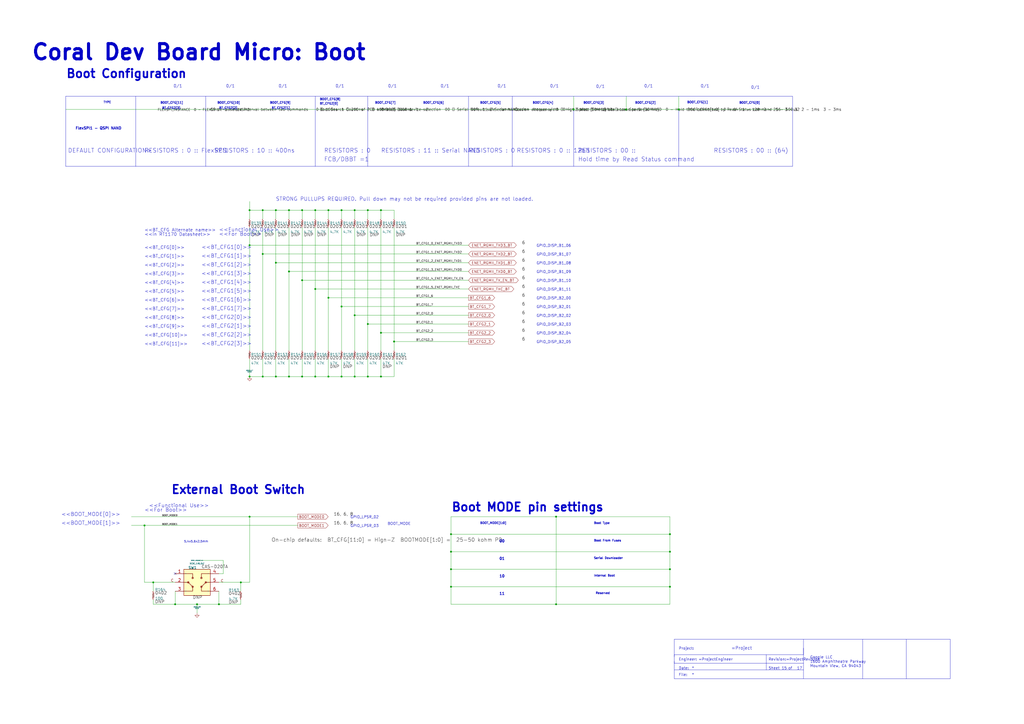
<source format=kicad_sch>
(kicad_sch (version 20230121) (generator eeschema)
  (paper "A2")
  (title_block (title "15 BOOT-SchDoc") (date "31 01 2024"))
  (lib_symbols
    (symbol "15 BOOT-SchDoc-rescue:SWITCH_NIDEC_CAS-D20TA-" (pin_names (offset 1.016))
      (property "Reference" "SW" (at 2.54 0 0))
      (property "Value" "SWITCH_NIDEC_CAS-D20TA" (at 0 0 0))
      (symbol "SWITCH_NIDEC_CAS-D20TA-_0_1"
        (rectangle (start 0 -15.24) (end 15.24 0) (stroke (width 0.254)) (fill (type background)))
        (polyline (pts (xy 0 -7.62) (xy 2.54 -7.62)) (stroke (width 0.254)))
        (polyline (pts (xy 5.08 -10.16) (xy 2.54 -7.62)) (stroke (width 0.254)))
        (polyline (pts (xy 12.7 -7.62) (xy 10.16 -10.16)) (stroke (width 0.254)))
        (polyline (pts (xy 15.24 -7.62) (xy 12.7 -7.62)) (stroke (width 0.254)))
        (polyline (pts (xy 0 -12.7) (xy 5.08 -12.7) (xy 5.08 -10.16)) (stroke (width 0.254)))
        (polyline (pts (xy 0 -2.54) (xy 5.08 -2.54) (xy 5.08 -5.08)) (stroke (width 0.254)))
        (polyline (pts (xy 15.24 -12.7) (xy 10.16 -12.7) (xy 10.16 -10.16)) (stroke (width 0.254)))
        (polyline (pts (xy 15.24 -2.54) (xy 10.16 -2.54) (xy 10.16 -5.08)) (stroke (width 0.254)))
        (pin passive line (at -5.08 -2.54 0) (length 5.08) (name "1") (number "1"))
        (pin passive line (at -5.08 -7.62 0) (length 5.08) (name "2") (number "2"))
        (pin passive line (at -5.08 -12.7 0) (length 5.08) (name "3") (number "3"))
        (pin passive line (at 20.32 -2.54 180) (length 5.08) (name "4") (number "4"))
        (pin passive line (at 20.32 -7.62 180) (length 5.08) (name "5") (number "5"))
        (pin passive line (at 20.32 -12.7 180) (length 5.08) (name "6") (number "6"))
      )
      (symbol "SWITCH_NIDEC_CAS-D20TA-_1_1"
        (arc (start 2.3114 -7.9756) (mid 2.7426 -7.991) (end 2.9718 -7.62) (stroke (width 0.254)))
        (arc (start 2.3114 -7.239) (mid 2.0957 -7.6131) (end 2.3114 -7.9756) (stroke (width 0.254)))
        (arc (start 2.9718 -7.62) (mid 2.7527 -7.2442) (end 2.3114 -7.239) (stroke (width 0.254)))
        (arc (start 4.8514 -10.5156) (mid 5.2826 -10.531) (end 5.5118 -10.16) (stroke (width 0.254)))
        (arc (start 4.8514 -9.779) (mid 4.6357 -10.1531) (end 4.8514 -10.5156) (stroke (width 0.254)))
        (arc (start 4.8514 -5.4356) (mid 5.2826 -5.451) (end 5.5118 -5.08) (stroke (width 0.254)))
        (arc (start 4.8514 -4.699) (mid 4.6357 -5.0731) (end 4.8514 -5.4356) (stroke (width 0.254)))
        (arc (start 5.5118 -10.16) (mid 5.2927 -9.7842) (end 4.8514 -9.779) (stroke (width 0.254)))
        (arc (start 5.5118 -5.08) (mid 5.2927 -4.7042) (end 4.8514 -4.699) (stroke (width 0.254)))
        (arc (start 9.9314 -10.5156) (mid 10.3626 -10.531) (end 10.5918 -10.16) (stroke (width 0.254)))
        (arc (start 9.9314 -9.779) (mid 9.7157 -10.1531) (end 9.9314 -10.5156) (stroke (width 0.254)))
        (arc (start 9.9314 -5.4356) (mid 10.3626 -5.451) (end 10.5918 -5.08) (stroke (width 0.254)))
        (arc (start 9.9314 -4.699) (mid 9.7157 -5.0731) (end 9.9314 -5.4356) (stroke (width 0.254)))
        (arc (start 10.5918 -10.16) (mid 10.3727 -9.7842) (end 9.9314 -9.779) (stroke (width 0.254)))
        (arc (start 10.5918 -5.08) (mid 10.3727 -4.7042) (end 9.9314 -4.699) (stroke (width 0.254)))
        (arc (start 12.4714 -7.9756) (mid 12.9026 -7.991) (end 13.1318 -7.62) (stroke (width 0.254)))
        (arc (start 12.4714 -7.239) (mid 12.2557 -7.6131) (end 12.4714 -7.9756) (stroke (width 0.254)))
        (arc (start 13.1318 -7.62) (mid 12.9127 -7.2442) (end 12.4714 -7.239) (stroke (width 0.254)))
        (text "C" (at -7.62 -7.366 0) (effects (font (size 1.524 1.524)) (justify left bottom)))
        (text "C" (at 21.336 -7.62 0) (effects (font (size 1.524 1.524)) (justify left bottom)))
      )
    )
    (symbol "15 BOOT-SchDoc-rescue:__Template_Resistor-" (pin_names (offset 1.016))
      (property "Reference" "R" (at 1.016 5.08 0))
      (property "Value" "__Template_Resistor" (at 0 0 0))
      (symbol "__Template_Resistor-_0_1"
        (polyline (pts (xy 1.016 0) (xy 1.27 0.508) (xy 1.778 -0.508) (xy 2.286 0.508) (xy 2.794 -0.508) (xy 3.302 0.508) (xy 3.81 -0.508) (xy 4.064 0)) (stroke (width 0.254)))
        (pin passive line (at 0 0 0) (length 1.016) (name "P") (number "1"))
        (pin passive line (at 5.08 0 180) (length 1.016) (name "P") (number "2"))
      )
    )
    (symbol "power:GND" (power) (pin_names (offset 0))
      (property "Value" "GND" (at 0 -3.81 0))
      (symbol "GND_0_1"
        (polyline (pts (xy 0 0) (xy 0 -1.27) (xy 1.27 -1.27) (xy 0 -2.54) (xy -1.27 -1.27) (xy 0 -1.27)))
      )
      (symbol "GND_1_1"
        (pin power_in line (at 0 0 270) (length 0) hide (name "GND") (number "1"))
      )
    )
  )
  (junction (at 160.02 218.44))
  (junction (at 114.3 350.52))
  (junction (at 127 350.52))
  (junction (at 205.74 218.44))
  (junction (at 322.58 299.72))
  (junction (at 190.5 172.72))
  (junction (at 160.02 121.92))
  (junction (at 167.64 121.92))
  (junction (at 261.62 320.04))
  (junction (at 175.26 121.92))
  (junction (at 388.62 320.04))
  (junction (at 190.5 121.92))
  (junction (at 88.9 337.82))
  (junction (at 261.62 309.88))
  (junction (at 388.62 309.88))
  (junction (at 332.74 63.5))
  (junction (at 167.64 218.44))
  (junction (at 190.5 218.44))
  (junction (at 144.78 142.24))
  (junction (at 139.7 337.82))
  (junction (at 213.36 121.92))
  (junction (at 388.62 330.2))
  (junction (at 182.88 167.64))
  (junction (at 261.62 330.2))
  (junction (at 363.22 63.5))
  (junction (at 220.98 121.92))
  (junction (at 160.02 152.4))
  (junction (at 198.12 121.92))
  (junction (at 144.78 299.72))
  (junction (at 388.62 340.36))
  (junction (at 152.4 147.32))
  (junction (at 393.7 63.5))
  (junction (at 152.4 121.92))
  (junction (at 182.88 121.92))
  (junction (at 152.4 218.44))
  (junction (at 101.6 350.52))
  (junction (at 322.58 350.52))
  (junction (at 205.74 121.92))
  (junction (at 175.26 218.44))
  (junction (at 213.36 187.96))
  (junction (at 198.12 218.44))
  (junction (at 228.6 198.12))
  (junction (at 167.64 157.48))
  (junction (at 144.78 218.44))
  (junction (at 220.98 218.44))
  (junction (at 198.12 177.8))
  (junction (at 220.98 193.04))
  (junction (at 144.78 121.92))
  (junction (at 213.36 218.44))
  (junction (at 83.82 304.8))
  (junction (at 175.26 162.56))
  (junction (at 205.74 182.88))
  (junction (at 261.62 340.36))
  (junction (at 182.88 218.44))
  (no_connect (at 101.6 332.74))
  (wire (pts (xy 261.62 309.88) (xy 261.62 320.04)))
  (wire (pts (xy 144.78 121.92) (xy 144.78 116.84)))
  (wire (pts (xy 205.74 203.2) (xy 205.74 182.88)))
  (wire (pts (xy 205.74 208.28) (xy 205.74 218.44)))
  (wire (pts (xy 175.26 218.44) (xy 175.26 208.28)))
  (wire (pts (xy 160.02 203.2) (xy 160.02 152.4)))
  (polyline (pts (xy 297.18 96.52) (xy 297.18 55.88)))
  (polyline (pts (xy 551.18 393.7) (xy 551.18 370.84)))
  (wire (pts (xy 127 342.9) (xy 127 350.52)))
  (wire (pts (xy 261.62 340.36) (xy 261.62 350.52)))
  (wire (pts (xy 175.26 218.44) (xy 167.64 218.44)))
  (wire (pts (xy 127 350.52) (xy 139.7 350.52)))
  (polyline (pts (xy 391.16 384.81) (xy 391.16 383.54)))
  (wire (pts (xy 160.02 121.92) (xy 160.02 127)))
  (wire (pts (xy 127 350.52) (xy 114.3 350.52)))
  (wire (pts (xy 228.6 218.44) (xy 220.98 218.44)))
  (wire (pts (xy 261.62 299.72) (xy 322.58 299.72)))
  (polyline (pts (xy 38.1 96.52) (xy 38.1 55.88)))
  (wire (pts (xy 114.3 325.12) (xy 129.54 325.12)))
  (wire (pts (xy 144.78 121.92) (xy 144.78 127)))
  (wire (pts (xy 144.78 218.44) (xy 144.78 208.28)))
  (wire (pts (xy 213.36 203.2) (xy 213.36 187.96)))
  (wire (pts (xy 160.02 218.44) (xy 152.4 218.44)))
  (wire (pts (xy 220.98 121.92) (xy 213.36 121.92)))
  (polyline (pts (xy 466.09 393.7) (xy 466.09 388.62)))
  (wire (pts (xy 144.78 132.08) (xy 144.78 142.24)))
  (wire (pts (xy 160.02 208.28) (xy 160.02 218.44)))
  (wire (pts (xy 152.4 147.32) (xy 271.78 147.32)))
  (wire (pts (xy 198.12 218.44) (xy 190.5 218.44)))
  (wire (pts (xy 393.7 63.5) (xy 459.74 63.5)))
  (wire (pts (xy 144.78 142.24) (xy 271.78 142.24)))
  (polyline (pts (xy 525.78 393.7) (xy 525.78 370.84)))
  (wire (pts (xy 88.9 337.82) (xy 83.82 337.82)))
  (wire (pts (xy 175.26 162.56) (xy 271.78 162.56)))
  (wire (pts (xy 101.6 350.52) (xy 114.3 350.52)))
  (wire (pts (xy 228.6 121.92) (xy 220.98 121.92)))
  (polyline (pts (xy 393.7 96.52) (xy 393.7 63.5)))
  (wire (pts (xy 388.62 299.72) (xy 388.62 309.88)))
  (polyline (pts (xy 459.74 55.88) (xy 38.1 55.88)))
  (polyline (pts (xy 391.16 370.84) (xy 551.18 370.84)))
  (wire (pts (xy 152.4 147.32) (xy 152.4 203.2)))
  (wire (pts (xy 388.62 320.04) (xy 388.62 330.2)))
  (wire (pts (xy 363.22 55.88) (xy 363.22 63.5)))
  (polyline (pts (xy 213.36 96.52) (xy 213.36 55.88)))
  (wire (pts (xy 152.4 121.92) (xy 144.78 121.92)))
  (wire (pts (xy 393.7 55.88) (xy 393.7 63.5)))
  (polyline (pts (xy 466.09 384.81) (xy 391.16 384.81)))
  (wire (pts (xy 190.5 121.92) (xy 182.88 121.92)))
  (wire (pts (xy 152.4 121.92) (xy 152.4 127)))
  (wire (pts (xy 190.5 218.44) (xy 182.88 218.44)))
  (wire (pts (xy 198.12 121.92) (xy 190.5 121.92)))
  (wire (pts (xy 213.36 218.44) (xy 205.74 218.44)))
  (wire (pts (xy 322.58 299.72) (xy 322.58 350.52)))
  (wire (pts (xy 129.54 325.12) (xy 129.54 332.74)))
  (wire (pts (xy 152.4 218.44) (xy 144.78 218.44)))
  (wire (pts (xy 228.6 132.08) (xy 228.6 198.12)))
  (polyline (pts (xy 78.74 96.52) (xy 78.74 55.88)))
  (wire (pts (xy 198.12 177.8) (xy 271.78 177.8)))
  (wire (pts (xy 152.4 132.08) (xy 152.4 147.32)))
  (wire (pts (xy 213.36 132.08) (xy 213.36 187.96)))
  (wire (pts (xy 175.26 132.08) (xy 175.26 162.56)))
  (wire (pts (xy 198.12 121.92) (xy 198.12 127)))
  (wire (pts (xy 144.78 203.2) (xy 144.78 142.24)))
  (wire (pts (xy 228.6 127) (xy 228.6 121.92)))
  (wire (pts (xy 205.74 182.88) (xy 271.78 182.88)))
  (wire (pts (xy 190.5 172.72) (xy 271.78 172.72)))
  (wire (pts (xy 190.5 121.92) (xy 190.5 127)))
  (wire (pts (xy 213.36 208.28) (xy 213.36 218.44)))
  (wire (pts (xy 38.1 63.5) (xy 332.74 63.5)))
  (wire (pts (xy 261.62 320.04) (xy 261.62 330.2)))
  (wire (pts (xy 220.98 193.04) (xy 220.98 203.2)))
  (wire (pts (xy 160.02 132.08) (xy 160.02 152.4)))
  (wire (pts (xy 220.98 132.08) (xy 220.98 193.04)))
  (polyline (pts (xy 466.09 379.73) (xy 391.16 379.73)))
  (wire (pts (xy 152.4 218.44) (xy 152.4 208.28)))
  (wire (pts (xy 205.74 132.08) (xy 205.74 182.88)))
  (wire (pts (xy 101.6 337.82) (xy 88.9 337.82)))
  (wire (pts (xy 261.62 330.2) (xy 261.62 340.36)))
  (wire (pts (xy 182.88 121.92) (xy 182.88 127)))
  (wire (pts (xy 261.62 320.04) (xy 388.62 320.04)))
  (wire (pts (xy 190.5 208.28) (xy 190.5 218.44)))
  (polyline (pts (xy 466.09 388.62) (xy 466.09 384.81)))
  (polyline (pts (xy 332.74 96.52) (xy 332.74 63.5)))
  (wire (pts (xy 190.5 203.2) (xy 190.5 172.72)))
  (wire (pts (xy 175.26 121.92) (xy 167.64 121.92)))
  (wire (pts (xy 139.7 337.82) (xy 144.78 337.82)))
  (wire (pts (xy 322.58 299.72) (xy 388.62 299.72)))
  (polyline (pts (xy 500.38 393.7) (xy 500.38 370.84)))
  (wire (pts (xy 228.6 203.2) (xy 228.6 198.12)))
  (wire (pts (xy 167.64 157.48) (xy 167.64 203.2)))
  (wire (pts (xy 205.74 121.92) (xy 205.74 127)))
  (wire (pts (xy 388.62 340.36) (xy 388.62 350.52)))
  (wire (pts (xy 220.98 208.28) (xy 220.98 218.44)))
  (wire (pts (xy 144.78 337.82) (xy 144.78 299.72)))
  (wire (pts (xy 182.88 218.44) (xy 175.26 218.44)))
  (wire (pts (xy 172.72 299.72) (xy 144.78 299.72)))
  (wire (pts (xy 198.12 132.08) (xy 198.12 177.8)))
  (wire (pts (xy 388.62 330.2) (xy 388.62 340.36)))
  (wire (pts (xy 228.6 208.28) (xy 228.6 218.44)))
  (wire (pts (xy 205.74 121.92) (xy 198.12 121.92)))
  (wire (pts (xy 213.36 187.96) (xy 271.78 187.96)))
  (wire (pts (xy 228.6 198.12) (xy 271.78 198.12)))
  (polyline (pts (xy 459.74 96.52) (xy 459.74 55.88)))
  (polyline (pts (xy 182.88 96.52) (xy 182.88 55.88)))
  (wire (pts (xy 167.64 208.28) (xy 167.64 218.44)))
  (wire (pts (xy 182.88 208.28) (xy 182.88 218.44)))
  (polyline (pts (xy 391.16 393.7) (xy 551.18 393.7)))
  (wire (pts (xy 172.72 304.8) (xy 83.82 304.8)))
  (wire (pts (xy 198.12 218.44) (xy 198.12 208.28)))
  (polyline (pts (xy 271.78 96.52) (xy 271.78 55.88)))
  (wire (pts (xy 167.64 121.92) (xy 160.02 121.92)))
  (wire (pts (xy 205.74 218.44) (xy 198.12 218.44)))
  (polyline (pts (xy 119.38 96.52) (xy 119.38 55.88)))
  (polyline (pts (xy 466.09 370.84) (xy 466.09 379.73)))
  (wire (pts (xy 182.88 167.64) (xy 271.78 167.64)))
  (wire (pts (xy 175.26 121.92) (xy 175.26 127)))
  (wire (pts (xy 101.6 350.52) (xy 88.9 350.52)))
  (wire (pts (xy 213.36 121.92) (xy 213.36 127)))
  (wire (pts (xy 220.98 193.04) (xy 271.78 193.04)))
  (wire (pts (xy 83.82 337.82) (xy 83.82 304.8)))
  (wire (pts (xy 160.02 152.4) (xy 271.78 152.4)))
  (wire (pts (xy 144.78 299.72) (xy 76.2 299.72)))
  (wire (pts (xy 388.62 309.88) (xy 388.62 320.04)))
  (wire (pts (xy 198.12 177.8) (xy 198.12 203.2)))
  (wire (pts (xy 114.3 355.6) (xy 114.3 350.52)))
  (wire (pts (xy 167.64 218.44) (xy 160.02 218.44)))
  (wire (pts (xy 182.88 167.64) (xy 182.88 203.2)))
  (wire (pts (xy 167.64 121.92) (xy 167.64 127)))
  (polyline (pts (xy 391.16 393.7) (xy 391.16 370.84)))
  (wire (pts (xy 261.62 350.52) (xy 322.58 350.52)))
  (wire (pts (xy 101.6 342.9) (xy 101.6 350.52)))
  (wire (pts (xy 83.82 304.8) (xy 76.2 304.8)))
  (wire (pts (xy 167.64 132.08) (xy 167.64 157.48)))
  (wire (pts (xy 175.26 203.2) (xy 175.26 162.56)))
  (polyline (pts (xy 391.16 379.73) (xy 391.16 381)))
  (wire (pts (xy 182.88 121.92) (xy 175.26 121.92)))
  (wire (pts (xy 139.7 337.82) (xy 139.7 342.9)))
  (wire (pts (xy 261.62 309.88) (xy 388.62 309.88)))
  (polyline (pts (xy 391.16 388.62) (xy 466.09 388.62)))
  (wire (pts (xy 167.64 157.48) (xy 271.78 157.48)))
  (polyline (pts (xy 459.74 96.52) (xy 38.1 96.52)))
  (wire (pts (xy 88.9 350.52) (xy 88.9 347.98)))
  (wire (pts (xy 363.22 63.5) (xy 393.7 63.5)))
  (wire (pts (xy 139.7 350.52) (xy 139.7 347.98)))
  (wire (pts (xy 190.5 132.08) (xy 190.5 172.72)))
  (wire (pts (xy 88.9 337.82) (xy 88.9 342.9)))
  (wire (pts (xy 127 337.82) (xy 139.7 337.82)))
  (wire (pts (xy 332.74 63.5) (xy 363.22 63.5)))
  (wire (pts (xy 261.62 330.2) (xy 388.62 330.2)))
  (wire (pts (xy 220.98 121.92) (xy 220.98 127)))
  (wire (pts (xy 332.74 55.88) (xy 332.74 63.5)))
  (wire (pts (xy 220.98 218.44) (xy 213.36 218.44)))
  (wire (pts (xy 261.62 299.72) (xy 261.62 309.88)))
  (wire (pts (xy 160.02 121.92) (xy 152.4 121.92)))
  (polyline (pts (xy 466.09 375.92) (xy 466.09 384.81)))
  (polyline (pts (xy 444.5 388.62) (xy 444.5 379.73)))
  (wire (pts (xy 129.54 332.74) (xy 127 332.74)))
  (wire (pts (xy 213.36 121.92) (xy 205.74 121.92)))
  (wire (pts (xy 182.88 132.08) (xy 182.88 167.64)))
  (wire (pts (xy 261.62 340.36) (xy 388.62 340.36)))
  (wire (pts (xy 322.58 350.52) (xy 388.62 350.52)))
  (text "BOOT_MODE[1:0]" (at 278.384 304.292 0) (effects (font (size 1.2192 1.2192) (thickness 0.2438) bold) (justify left bottom)))
  (text "BT_CFG2[3]" (at 93.98 63.5 0) (effects (font (size 1.2192 1.2192) (thickness 0.2438) bold) (justify left bottom)))
  (text "11" (at 289.56 345.44 0) (effects (font (size 1.524 1.524) (thickness 0.3048) bold) (justify left bottom)))
  (text "0/1" (at 194.564 51.054 0) (effects (font (size 1.6764 1.6764)) (justify left bottom)))
  (text "BT_CFG2[0]" (at 185.42 60.96 0) (effects (font (size 1.2192 1.2192) (thickness 0.2438) bold) (justify left bottom)))
  (text "<<BT_CFG[1]>>" (at 83.82 149.86 0) (effects (font (size 1.8288 1.8288)) (justify left bottom)))
  (text "GPIO_DISP_B1_10" (at 311.15 163.83 0) (effects (font (size 1.524 1.524)) (justify left bottom)))
  (text "<<BT_CFG2[0]>>" (at 116.84 185.42 0) (effects (font (size 2.1336 2.1336)) (justify left bottom)))
  (text "17" (at 462.28 388.62 0) (effects (font (size 1.524 1.524)) (justify left bottom)))
  (text "Reserved" (at 345.44 344.932 0) (effects (font (size 1.2192 1.2192) (thickness 0.2438) bold) (justify left bottom)))
  (text "BOOT_CFG[2]" (at 368.3 60.452 0) (effects (font (size 1.2192 1.2192) (thickness 0.2438) bold) (justify left bottom)))
  (text "<<BT_CFG[0]>>" (at 83.82 144.78 0) (effects (font (size 1.8288 1.8288)) (justify left bottom)))
  (text "GPIO_DISP_B2_05" (at 311.15 199.39 0) (effects (font (size 1.524 1.524)) (justify left bottom)))
  (text "Boot Configuration" (at 38.1 45.72 0) (effects (font (size 4.8768 4.8768) (thickness 0.9754) bold) (justify left bottom)))
  (text "<<BT_CFG[10]>>" (at 83.82 195.58 0) (effects (font (size 1.8288 1.8288)) (justify left bottom)))
  (text "GPIO_DISP_B2_02" (at 311.15 184.15 0) (effects (font (size 1.524 1.524)) (justify left bottom)))
  (text "0/1" (at 100.584 51.054 0) (effects (font (size 1.6764 1.6764)) (justify left bottom)))
  (text "=ProjectRevision" (at 455.93 383.54 0) (effects (font (size 1.524 1.524)) (justify left bottom)))
  (text "0/1" (at 435.61 51.816 0) (effects (font (size 1.6764 1.6764)) (justify left bottom)))
  (text "BOOT_CFG[10]" (at 125.984 60.452 0) (effects (font (size 1.2192 1.2192) (thickness 0.2438) bold) (justify left bottom)))
  (text "0/1" (at 131.064 51.054 0) (effects (font (size 1.6764 1.6764)) (justify left bottom)))
  (text "Boot From Fuses" (at 344.424 314.452 0) (effects (font (size 1.2192 1.2192) (thickness 0.2438) bold) (justify left bottom)))
  (text "GPIO_DISP_B2_04" (at 311.15 194.31 0) (effects (font (size 1.524 1.524)) (justify left bottom)))
  (text "<<BT_CFG[2]>>" (at 83.82 154.94 0) (effects (font (size 1.8288 1.8288)) (justify left bottom)))
  (text "BOOT_MODE" (at 224.79 304.8 0) (effects (font (size 1.524 1.524)) (justify left bottom)))
  (text "Boot Type" (at 344.424 304.292 0) (effects (font (size 1.2192 1.2192) (thickness 0.2438) bold) (justify left bottom)))
  (text "Hold time by Read Status command" (at 335.28 93.98 0) (effects (font (size 2.4384 2.4384)) (justify left bottom)))
  (text "Coral Dev Board Micro: Boot" (at 17.78 35.56 0) (effects (font (size 8.8392 8.8392) (thickness 1.7678) bold) (justify left bottom)))
  (text "BOOT_CFG[7]" (at 217.424 60.452 0) (effects (font (size 1.2192 1.2192) (thickness 0.2438) bold) (justify left bottom)))
  (text "GPIO_DISP_B2_03" (at 311.15 189.23 0) (effects (font (size 1.524 1.524)) (justify left bottom)))
  (text "0/1" (at 406.4 51.054 0) (effects (font (size 1.6764 1.6764)) (justify left bottom)))
  (text "<<BT_CFG[3]>>" (at 83.82 160.02 0) (effects (font (size 1.8288 1.8288)) (justify left bottom)))
  (text "Boot MODE pin settings" (at 261.62 297.18 0) (effects (font (size 4.8768 4.8768) (thickness 0.9754) bold) (justify left bottom)))
  (text "<<BT_CFG[11]>>" (at 83.82 200.66 0) (effects (font (size 1.8288 1.8288)) (justify left bottom)))
  (text "<<BT_CFG1[2]>>" (at 116.84 154.94 0) (effects (font (size 2.1336 2.1336)) (justify left bottom)))
  (text "STRONG PULLUPS REQUIRED. Pull down may not be required provided pins are not loaded." (at 160.02 116.84 0) (effects (font (size 2.1336 2.1336)) (justify left bottom)))
  (text "BT_CFG2[2]" (at 127 63.5 0) (effects (font (size 1.2192 1.2192) (thickness 0.2438) bold) (justify left bottom)))
  (text "<<BT_CFG1[4]>>" (at 116.84 165.1 0) (effects (font (size 2.1336 2.1336)) (justify left bottom)))
  (text "15" (at 453.39 388.62 0) (effects (font (size 1.524 1.524)) (justify left bottom)))
  (text "Serial Downloader" (at 344.424 324.612 0) (effects (font (size 1.2192 1.2192) (thickness 0.2438) bold) (justify left bottom)))
  (text "Internal Boot" (at 344.424 334.772 0) (effects (font (size 1.2192 1.2192) (thickness 0.2438) bold) (justify left bottom)))
  (text "BOOT_CFG[0]" (at 428.752 60.452 0) (effects (font (size 1.2192 1.2192) (thickness 0.2438) bold) (justify left bottom)))
  (text "0/1" (at 225.044 51.054 0) (effects (font (size 1.6764 1.6764)) (justify left bottom)))
  (text "BOOT_CFG[3]" (at 338.328 60.452 0) (effects (font (size 1.2192 1.2192) (thickness 0.2438) bold) (justify left bottom)))
  (text "Engineer:" (at 393.7 383.54 0) (effects (font (size 1.524 1.524)) (justify left bottom)))
  (text "File:" (at 393.7 392.43 0) (effects (font (size 1.524 1.524)) (justify left bottom)))
  (text "RESISTORS : 11 :: Serial NAND" (at 220.98 88.9 0) (effects (font (size 2.4384 2.4384)) (justify left bottom)))
  (text "GPIO_DISP_B1_08" (at 311.15 153.67 0) (effects (font (size 1.524 1.524)) (justify left bottom)))
  (text "TYPE" (at 59.944 60.198 0) (effects (font (size 1.2192 1.2192) (thickness 0.2438) bold) (justify left bottom)))
  (text "GPIO_DISP_B1_06" (at 311.15 143.51 0) (effects (font (size 1.524 1.524)) (justify left bottom)))
  (text "<<BT_CFG1[7]>>" (at 116.84 180.34 0) (effects (font (size 2.1336 2.1336)) (justify left bottom)))
  (text "GPIO_DISP_B1_07" (at 311.15 148.59 0) (effects (font (size 1.524 1.524)) (justify left bottom)))
  (text "BOOT_CFG[11]" (at 92.964 60.452 0) (effects (font (size 1.2192 1.2192) (thickness 0.2438) bold) (justify left bottom)))
  (text "RESISTORS : 0 :: FlexSPI1" (at 83.82 88.9 0) (effects (font (size 2.4384 2.4384)) (justify left bottom)))
  (text "Revision:" (at 445.77 383.54 0) (effects (font (size 1.524 1.524)) (justify left bottom)))
  (text "<<For Boot>>" (at 127 137.16 0) (effects (font (size 2.1336 2.1336)) (justify left bottom)))
  (text "00" (at 289.56 314.96 0) (effects (font (size 1.524 1.524) (thickness 0.3048) bold) (justify left bottom)))
  (text "1600 Amphitheatre Parkway" (at 469.9 384.81 0) (effects (font (size 1.524 1.524)) (justify left bottom)))
  (text "<<BT_CFG[8]>>" (at 83.82 185.42 0) (effects (font (size 1.8288 1.8288)) (justify left bottom)))
  (text "GPIO_DISP_B1_09" (at 311.15 158.75 0) (effects (font (size 1.524 1.524)) (justify left bottom)))
  (text "RESISTORS : 0" (at 187.96 88.9 0) (effects (font (size 2.4384 2.4384)) (justify left bottom)))
  (text "<<BT_CFG1[3]>>" (at 116.84 160.02 0) (effects (font (size 2.1336 2.1336)) (justify left bottom)))
  (text "Mountain View, CA 94043" (at 469.9 387.35 0) (effects (font (size 1.524 1.524)) (justify left bottom)))
  (text "<<BT_CFG[9]>>" (at 83.82 190.5 0) (effects (font (size 1.8288 1.8288)) (justify left bottom)))
  (text "10" (at 289.56 335.28 0) (effects (font (size 1.524 1.524) (thickness 0.3048) bold) (justify left bottom)))
  (text "GPIO_LPSR_02" (at 203.2 300.99 0) (effects (font (size 1.524 1.524)) (justify left bottom)))
  (text "RESISTORS : 10 :: 400ns" (at 124.46 88.9 0) (effects (font (size 2.4384 2.4384)) (justify left bottom)))
  (text "BOOT_CFG[6]" (at 245.364 60.452 0) (effects (font (size 1.2192 1.2192) (thickness 0.2438) bold) (justify left bottom)))
  (text "FCB/DBBT =1" (at 187.96 93.98 0) (effects (font (size 2.4384 2.4384)) (justify left bottom)))
  (text "<<BOOT_MODE[0]>>" (at 35.56 299.72 0) (effects (font (size 2.1336 2.1336)) (justify left bottom)))
  (text "<<BT_CFG1[6]>>" (at 116.84 175.26 0) (effects (font (size 2.1336 2.1336)) (justify left bottom)))
  (text "<<BT_CFG2[3]>>" (at 116.84 200.66 0) (effects (font (size 2.1336 2.1336)) (justify left bottom)))
  (text "=Project" (at 424.18 377.19 0) (effects (font (size 1.8288 1.8288)) (justify left bottom)))
  (text "0/1" (at 373.634 51.054 0) (effects (font (size 1.6764 1.6764)) (justify left bottom)))
  (text "GPIO_LPSR_03" (at 203.2 306.07 0) (effects (font (size 1.524 1.524)) (justify left bottom)))
  (text "FlexSPI1 - QSPI NAND" (at 43.688 75.438 0) (effects (font (size 1.524 1.524) (thickness 0.3048) bold) (justify left bottom)))
  (text "<<in RT1170 Datasheet>>" (at 83.82 137.16 0) (effects (font (size 1.8288 1.8288)) (justify left bottom)))
  (text "Date:" (at 393.7 388.62 0) (effects (font (size 1.524 1.524)) (justify left bottom)))
  (text "<<BT_CFG1[0]>>" (at 116.84 144.78 0) (effects (font (size 2.1336 2.1336)) (justify left bottom)))
  (text "<<BT_CFG2[1]>>" (at 116.84 190.5 0) (effects (font (size 2.1336 2.1336)) (justify left bottom)))
  (text "<<BT_CFG1[5]>>" (at 116.84 170.18 0) (effects (font (size 2.1336 2.1336)) (justify left bottom)))
  (text "GPIO_DISP_B2_01" (at 311.15 179.07 0) (effects (font (size 1.524 1.524)) (justify left bottom)))
  (text "*" (at 401.32 388.62 0) (effects (font (size 1.524 1.524)) (justify left bottom)))
  (text "BOOT_CFG[5]" (at 278.384 60.452 0) (effects (font (size 1.2192 1.2192) (thickness 0.2438) bold) (justify left bottom)))
  (text "0/1" (at 288.544 51.054 0) (effects (font (size 1.6764 1.6764)) (justify left bottom)))
  (text "DEFAULT CONFIGURATION>" (at 39.37 88.9 0) (effects (font (size 2.4384 2.4384)) (justify left bottom)))
  (text "<<BT_CFG2[2]>>" (at 116.84 195.58 0) (effects (font (size 2.1336 2.1336)) (justify left bottom)))
  (text "RESISTORS : 0" (at 271.78 88.9 0) (effects (font (size 2.4384 2.4384)) (justify left bottom)))
  (text "Sheet" (at 445.77 388.62 0) (effects (font (size 1.524 1.524)) (justify left bottom)))
  (text "<<BT_CFG[7]>>" (at 83.82 180.34 0) (effects (font (size 1.8288 1.8288)) (justify left bottom)))
  (text "<<BT_CFG Alternate name>>" (at 83.82 134.62 0) (effects (font (size 1.8288 1.8288)) (justify left bottom)))
  (text "<<BT_CFG[5]>>" (at 83.82 170.18 0) (effects (font (size 1.8288 1.8288)) (justify left bottom)))
  (text "of" (at 457.2 388.62 0) (effects (font (size 1.524 1.524)) (justify left bottom)))
  (text "0/1" (at 161.544 51.054 0) (effects (font (size 1.6764 1.6764)) (justify left bottom)))
  (text "RESISTORS : 00 ::" (at 335.28 88.9 0) (effects (font (size 2.4384 2.4384)) (justify left bottom)))
  (text "01" (at 289.56 325.12 0) (effects (font (size 1.524 1.524) (thickness 0.3048) bold) (justify left bottom)))
  (text "GPIO_DISP_B2_00" (at 311.15 173.99 0) (effects (font (size 1.524 1.524)) (justify left bottom)))
  (text "<<For Boot>>" (at 83.82 297.18 0) (effects (font (size 2.1336 2.1336)) (justify left bottom)))
  (text "<<BT_CFG1[1]>>" (at 116.84 149.86 0) (effects (font (size 2.1336 2.1336)) (justify left bottom)))
  (text "RESISTORS : 0 :: 12bit" (at 299.72 88.9 0) (effects (font (size 2.4384 2.4384)) (justify left bottom)))
  (text "5.4x5.6x2.5mm" (at 106.68 314.96 0) (effects (font (size 1.2192 1.2192)) (justify left bottom)))
  (text "0/1" (at 319.024 51.054 0) (effects (font (size 1.6764 1.6764)) (justify left bottom)))
  (text "BOOT_CFG[4]" (at 308.864 60.452 0) (effects (font (size 1.2192 1.2192) (thickness 0.2438) bold) (justify left bottom)))
  (text "=ProjectEngineer" (at 405.13 383.54 0) (effects (font (size 1.524 1.524)) (justify left bottom)))
  (text "<<BOOT_MODE[1]>>" (at 35.56 304.8 0) (effects (font (size 2.1336 2.1336)) (justify left bottom)))
  (text "<<BT_CFG[6]>>" (at 83.82 175.26 0) (effects (font (size 1.8288 1.8288)) (justify left bottom)))
  (text "BT_CFG2[1]" (at 157.48 63.5 0) (effects (font (size 1.2192 1.2192) (thickness 0.2438) bold) (justify left bottom)))
  (text "BOOT_CFG[9]" (at 156.464 60.452 0) (effects (font (size 1.2192 1.2192) (thickness 0.2438) bold) (justify left bottom)))
  (text "*" (at 401.32 392.43 0) (effects (font (size 1.524 1.524)) (justify left bottom)))
  (text "RESISTORS : 00 :: (64)" (at 414.02 88.9 0) (effects (font (size 2.4384 2.4384)) (justify left bottom)))
  (text "BOOT_CFG[8]" (at 185.42 58.42 0) (effects (font (size 1.2192 1.2192) (thickness 0.2438) bold) (justify left bottom)))
  (text "0/1" (at 255.524 51.054 0) (effects (font (size 1.6764 1.6764)) (justify left bottom)))
  (text "External Boot Switch" (at 99.06 287.02 0) (effects (font (size 4.8768 4.8768) (thickness 0.9754) bold) (justify left bottom)))
  (text "GPIO_DISP_B1_11" (at 311.15 168.91 0) (effects (font (size 1.524 1.524)) (justify left bottom)))
  (text "<<Functional Use>>" (at 86.36 294.64 0) (effects (font (size 2.1336 2.1336)) (justify left bottom)))
  (text "<<BT_CFG[4]>>" (at 83.82 165.1 0) (effects (font (size 1.8288 1.8288)) (justify left bottom)))
  (text "Project:" (at 393.7 377.19 0) (effects (font (size 1.524 1.524)) (justify left bottom)))
  (text "Google LLC" (at 469.9 382.27 0) (effects (font (size 1.524 1.524)) (justify left bottom)))
  (text "0/1" (at 345.694 51.308 0) (effects (font (size 1.6764 1.6764)) (justify left bottom)))
  (text "BOOT_CFG[1]" (at 398.526 60.198 0) (effects (font (size 1.2192 1.2192) (thickness 0.2438) bold) (justify left bottom)))
  (text "<<Functional Use>>" (at 127 134.62 0) (effects (font (size 2.1336 2.1336)) (justify left bottom)))
  (label "BT_CFG2_0" (at 241.3 182.88 0) (effects (font (size 1.2192 1.2192))))
  (label "Column address width  0 - 12 bits  1 - 13 bits" (at 298.45 64.77 0) (effects (font (size 1.524 1.524))))
  (label "CAS-D20TA" (at 116.84 330.2 0) (effects (font (size 1.778 1.778))))
  (label "6" (at 302.768 187.96 0) (effects (font (size 1.778 1.778))))
  (label "6" (at 302.768 177.8 0) (effects (font (size 1.778 1.778))))
  (label "0201" (at 191.262 209.042 0) (effects (font (size 1.778 1.778))))
  (label "Boot Search Count  of FCB and DBBT  0 - 1  1 - 2" (at 185.42 64.77 0) (effects (font (size 1.524 1.524))))
  (label "BT_CFG2_2" (at 241.3 193.04 0) (effects (font (size 1.2192 1.2192))))
  (label "0201" (at 191.262 132.842 0) (effects (font (size 1.778 1.778))))
  (label "DNP" (at 111.76 347.98 0) (effects (font (size 1.778 1.778))))
  (label "0201" (at 229.362 132.842 0) (effects (font (size 1.778 1.778))))
  (label "BT_CFG1_3_ENET_RGMII_TXD0" (at 241.3 157.48 0) (effects (font (size 1.2192 1.2192))))
  (label "BT_CFG2_3" (at 241.3 198.12 0) (effects (font (size 1.2192 1.2192))))
  (label "6" (at 302.768 167.64 0) (effects (font (size 1.778 1.778))))
  (label "On-chip defaults:  BT_CFG[11:0] = Hign-Z  BOOTMODE[1:0] =  25-50 kohm PD" (at 157.48 314.96 0) (effects (font (size 2.1336 2.1336))))
  (label "DNP" (at 161.036 137.668 0) (effects (font (size 1.778 1.778))))
  (label "DNP" (at 153.416 137.668 0) (effects (font (size 1.778 1.778))))
  (label "DNP" (at 191.262 214.122 0) (effects (font (size 1.778 1.778))))
  (label "DNP" (at 206.756 137.668 0) (effects (font (size 1.778 1.778))))
  (label "DNP" (at 198.882 214.122 0) (effects (font (size 1.778 1.778))))
  (label "BT_CFG1_5_ENET_RGMII_TXC" (at 241.3 167.64 0) (effects (font (size 1.2192 1.2192))))
  (label "BT_CFG1_4_ENET_RGMII_TX_EN" (at 241.3 162.56 0) (effects (font (size 1.2192 1.2192))))
  (label "0201" (at 145.542 132.842 0) (effects (font (size 1.778 1.778))))
  (label "0201" (at 214.122 209.042 0) (effects (font (size 1.778 1.778))))
  (label "BT_CFG1_1_ENET_RGMII_TXD2" (at 241.3 147.32 0) (effects (font (size 1.2192 1.2192))))
  (label "0201" (at 198.882 209.042 0) (effects (font (size 1.778 1.778))))
  (label "0201" (at 206.502 209.042 0) (effects (font (size 1.778 1.778))))
  (label "0201" (at 160.782 132.842 0) (effects (font (size 1.778 1.778))))
  (label "6" (at 302.768 147.32 0) (effects (font (size 1.778 1.778))))
  (label "FLEXSPI_INSTANCE  0 - FLEXSPI1   1 - FLEXSPI2" (at 91.44 64.77 0) (effects (font (size 1.3716 1.3716))))
  (label "0201" (at 168.402 132.842 0) (effects (font (size 1.778 1.778))))
  (label "BOOT_MODE0" (at 93.98 299.72 0) (effects (font (size 0.9144 0.9144))))
  (label "0201" (at 145.542 209.042 0) (effects (font (size 1.778 1.778))))
  (label "DNP" (at 214.376 137.668 0) (effects (font (size 1.778 1.778))))
  (label "Default safe  communication  frequency  0  High Speed (50MHz)  1  Low Speed (30MHz)" (at 273.05 64.77 0) (effects (font (size 1.524 1.524))))
  (label "DNP" (at 132.588 350.774 0) (effects (font (size 1.778 1.778))))
  (label "DNP" (at 89.916 350.52 0) (effects (font (size 1.778 1.778))))
  (label "0201" (at 198.882 132.842 0) (effects (font (size 1.778 1.778))))
  (label "DNP" (at 183.896 137.668 0) (effects (font (size 1.778 1.778))))
  (label "6" (at 302.768 157.48 0) (effects (font (size 1.778 1.778))))
  (label "BOOT_CFG1[1:0]  0 - 64  1 - 128  2 - 256  3 - 32" (at 398.78 64.77 0) (effects (font (size 1.524 1.524))))
  (label "6" (at 302.768 198.12 0) (effects (font (size 1.778 1.778))))
  (label "0201" (at 160.782 209.042 0) (effects (font (size 1.778 1.778))))
  (label "0201" (at 221.742 209.042 0) (effects (font (size 1.778 1.778))))
  (label "BT_CFG2_1" (at 241.3 187.96 0) (effects (font (size 1.2192 1.2192))))
  (label "BT_CFG1_0_ENET_RGMII_TXD3" (at 241.3 142.24 0) (effects (font (size 1.2192 1.2192))))
  (label "Primary boot device selection  00  Serial NOR  11  Serial NAND" (at 220.98 64.77 0) (effects (font (size 1.524 1.524))))
  (label "6" (at 302.768 162.56 0) (effects (font (size 1.778 1.778))))
  (label "DNP" (at 221.742 214.122 0) (effects (font (size 1.778 1.778))))
  (label "0402" (at 132.588 345.694 0) (effects (font (size 1.778 1.778))))
  (label "0201" (at 214.122 132.842 0) (effects (font (size 1.778 1.778))))
  (label "6" (at 302.768 182.88 0) (effects (font (size 1.778 1.778))))
  (label "6" (at 302.768 193.04 0) (effects (font (size 1.778 1.778))))
  (label "0201" (at 176.022 132.842 0) (effects (font (size 1.778 1.778))))
  (label "Hold Time before access to Serial NAND  0 - Hold time determined by Read Status command  1 - 500us  2 - 1ms  3 - 3ms" (at 336.55 64.77 0) (effects (font (size 1.524 1.524))))
  (label "0201" (at 206.502 132.842 0) (effects (font (size 1.778 1.778))))
  (label "CS de-asserted interval between two commands    0  100ns  1  200ns  2  400ns  3  50ns" (at 121.92 64.77 0) (effects (font (size 1.524 1.524))))
  (label "0201" (at 153.162 209.042 0) (effects (font (size 1.778 1.778))))
  (label "0201" (at 168.402 209.042 0) (effects (font (size 1.778 1.778))))
  (label "BT_CFG1_2_ENET_RGMII_TXD1" (at 241.3 152.4 0) (effects (font (size 1.2192 1.2192))))
  (label "16, 6, 8" (at 193.548 299.72 0) (effects (font (size 1.778 1.778))))
  (label "0201" (at 221.742 132.842 0) (effects (font (size 1.778 1.778))))
  (label "0201" (at 183.642 209.042 0) (effects (font (size 1.778 1.778))))
  (label "0402" (at 89.916 345.44 0) (effects (font (size 1.778 1.778))))
  (label "DNP" (at 176.276 137.668 0) (effects (font (size 1.778 1.778))))
  (label "6" (at 302.768 152.4 0) (effects (font (size 1.778 1.778))))
  (label "DNP" (at 229.616 137.668 0) (effects (font (size 1.778 1.778))))
  (label "BT_CFG1_7" (at 241.3 177.8 0) (effects (font (size 1.2192 1.2192))))
  (label "DNP" (at 145.796 137.668 0) (effects (font (size 1.778 1.778))))
  (label "6" (at 302.768 142.24 0) (effects (font (size 1.778 1.778))))
  (label "0201" (at 176.022 209.042 0) (effects (font (size 1.778 1.778))))
  (label "0201" (at 229.362 209.042 0) (effects (font (size 1.778 1.778))))
  (label "16, 6, 8" (at 193.548 304.8 0) (effects (font (size 1.778 1.778))))
  (label "0201" (at 183.642 132.842 0) (effects (font (size 1.778 1.778))))
  (label "BT_CFG1_6" (at 241.3 172.72 0) (effects (font (size 1.2192 1.2192))))
  (label "0201" (at 153.162 132.842 0) (effects (font (size 1.778 1.778))))
  (label "6" (at 302.768 172.72 0) (effects (font (size 1.778 1.778))))
  (label "BOOT_MODE1" (at 93.98 304.8 0) (effects (font (size 0.9144 0.9144))))
  (label "DNP" (at 168.656 137.668 0) (effects (font (size 1.778 1.778))))
  (global_label "ENET_RGMII_TXD3_BT" (shape bidirectional) (at 271.78 142.24 0) (effects (font (size 1.524 1.524))) (property "Intersheetrefs" "${INTERSHEET_REFS}" (effects hide)))
  (global_label "BT_CFG1_7" (shape output) (at 271.78 177.8 0) (effects (font (size 1.524 1.524))) (property "Intersheetrefs" "${INTERSHEET_REFS}" (effects hide)))
  (global_label "BT_CFG2_3" (shape output) (at 271.78 198.12 0) (effects (font (size 1.524 1.524))) (property "Intersheetrefs" "${INTERSHEET_REFS}" (effects hide)))
  (global_label "BT_CFG1_6" (shape output) (at 271.78 172.72 0) (effects (font (size 1.524 1.524))) (property "Intersheetrefs" "${INTERSHEET_REFS}" (effects hide)))
  (global_label "BT_CFG2_2" (shape output) (at 271.78 193.04 0) (effects (font (size 1.524 1.524))) (property "Intersheetrefs" "${INTERSHEET_REFS}" (effects hide)))
  (global_label "ENET_RGMII_TXD2_BT" (shape bidirectional) (at 271.78 147.32 0) (effects (font (size 1.524 1.524))) (property "Intersheetrefs" "${INTERSHEET_REFS}" (effects hide)))
  (global_label "ENET_RGMII_TX_EN_BT" (shape bidirectional) (at 271.78 162.56 0) (effects (font (size 1.524 1.524))) (property "Intersheetrefs" "${INTERSHEET_REFS}" (effects hide)))
  (global_label "ENET_RGMII_TXD0_BT" (shape bidirectional) (at 271.78 157.48 0) (effects (font (size 1.524 1.524))) (property "Intersheetrefs" "${INTERSHEET_REFS}" (effects hide)))
  (global_label "BT_CFG2_0" (shape output) (at 271.78 182.88 0) (effects (font (size 1.524 1.524))) (property "Intersheetrefs" "${INTERSHEET_REFS}" (effects hide)))
  (global_label "BOOT_MODE1" (shape output) (at 172.72 304.8 0) (effects (font (size 1.524 1.524))) (property "Intersheetrefs" "${INTERSHEET_REFS}" (effects hide)))
  (global_label "ENET_RGMII_TXD1_BT" (shape bidirectional) (at 271.78 152.4 0) (effects (font (size 1.524 1.524))) (property "Intersheetrefs" "${INTERSHEET_REFS}" (effects hide)))
  (global_label "BT_CFG2_1" (shape output) (at 271.78 187.96 0) (effects (font (size 1.524 1.524))) (property "Intersheetrefs" "${INTERSHEET_REFS}" (effects hide)))
  (global_label "ENET_RGMII_TXC_BT" (shape bidirectional) (at 271.78 167.64 0) (effects (font (size 1.524 1.524))) (property "Intersheetrefs" "${INTERSHEET_REFS}" (effects hide)))
  (global_label "BOOT_MODE0" (shape output) (at 172.72 299.72 0) (effects (font (size 1.524 1.524))) (property "Intersheetrefs" "${INTERSHEET_REFS}" (effects hide)))
  (symbol (lib_id "15 BOOT-SchDoc-rescue:__Template_Resistor-") (at 213.36 203.2 270) (unit 1)
    (property "Reference" "R160" (at 214.122 206.502 90) (effects (font (size 1.524 1.524)) (justify left bottom)))
    (property "Value" "47K" (at 214.122 211.582 90) (effects (font (size 1.524 1.524)) (justify left bottom)))
    (property "Package" "0201" (effects hide))
  )
  (symbol (lib_id "15 BOOT-SchDoc-rescue:__Template_Resistor-") (at 205.74 203.2 270) (unit 1)
    (property "Reference" "R159" (at 206.502 206.502 90) (effects (font (size 1.524 1.524)) (justify left bottom)))
    (property "Value" "47K" (at 206.502 211.582 90) (effects (font (size 1.524 1.524)) (justify left bottom)))
    (property "Package" "0201" (effects hide))
  )
  (symbol (lib_id "15 BOOT-SchDoc-rescue:__Template_Resistor-") (at 190.5 203.2 270) (unit 1)
    (property "Reference" "R157" (at 191.262 206.502 90) (effects (font (size 1.524 1.524)) (justify left bottom)))
    (property "Value" "47K" (at 191.262 211.582 90) (effects (font (size 1.524 1.524)) (justify left bottom)))
    (property "Package" "0201" (effects hide))
    (property "DNP" "DNP" (effects hide))
  )
  (symbol (lib_id "15 BOOT-SchDoc-rescue:__Template_Resistor-") (at 182.88 203.2 270) (unit 1)
    (property "Reference" "R156" (at 183.642 206.502 90) (effects (font (size 1.524 1.524)) (justify left bottom)))
    (property "Value" "47K" (at 183.642 211.582 90) (effects (font (size 1.524 1.524)) (justify left bottom)))
    (property "Package" "0201" (effects hide))
  )
  (symbol (lib_id "15 BOOT-SchDoc-rescue:__Template_Resistor-") (at 175.26 203.2 270) (unit 1)
    (property "Reference" "R155" (at 176.022 206.502 90) (effects (font (size 1.524 1.524)) (justify left bottom)))
    (property "Value" "47K" (at 176.022 211.582 90) (effects (font (size 1.524 1.524)) (justify left bottom)))
    (property "Package" "0201" (effects hide))
  )
  (symbol (lib_id "15 BOOT-SchDoc-rescue:__Template_Resistor-") (at 167.64 203.2 270) (unit 1)
    (property "Reference" "R154" (at 168.402 206.502 90) (effects (font (size 1.524 1.524)) (justify left bottom)))
    (property "Value" "47K" (at 168.402 211.582 90) (effects (font (size 1.524 1.524)) (justify left bottom)))
    (property "Package" "0201" (effects hide))
  )
  (symbol (lib_id "15 BOOT-SchDoc-rescue:__Template_Resistor-") (at 160.02 203.2 270) (unit 1)
    (property "Reference" "R153" (at 160.782 206.502 90) (effects (font (size 1.524 1.524)) (justify left bottom)))
    (property "Value" "47K" (at 160.782 211.582 90) (effects (font (size 1.524 1.524)) (justify left bottom)))
    (property "Package" "0201" (effects hide))
  )
  (symbol (lib_id "15 BOOT-SchDoc-rescue:__Template_Resistor-") (at 88.9 347.98 90) (unit 1)
    (property "Reference" "R164" (at 89.916 342.9 90) (effects (font (size 1.524 1.524)) (justify right top)))
    (property "Value" "100" (at 89.916 347.98 90) (effects (font (size 1.524 1.524)) (justify right top)))
    (property "Package" "0402" (effects hide))
    (property "DNP" "DNP" (effects hide))
  )
  (symbol (lib_id "15 BOOT-SchDoc-rescue:__Template_Resistor-") (at 139.7 347.98 90) (unit 1)
    (property "Reference" "R163" (at 132.588 343.154 90) (effects (font (size 1.524 1.524)) (justify right top)))
    (property "Value" "4.7K" (at 132.588 348.234 90) (effects (font (size 1.524 1.524)) (justify right top)))
    (property "Package" "0402" (effects hide))
    (property "DNP" "DNP" (effects hide))
  )
  (symbol (lib_id "15 BOOT-SchDoc-rescue:SWITCH_NIDEC_CAS-D20TA-") (at 106.68 330.2 0) (unit 1)
    (property "Reference" "SW1" (at 109.22 330.2 0) (effects (font (size 1.524 1.524)) (justify left bottom)))
    (property "MFG P/N" "CAS-D20TA" (effects hide))
    (property "DNP" "DNP" (effects hide))
  )
  (symbol (lib_id "15 BOOT-SchDoc-rescue:__Template_Resistor-") (at 144.78 132.08 90) (unit 1)
    (property "Reference" "R139" (at 145.542 130.302 90) (effects (font (size 1.524 1.524)) (justify right top)))
    (property "Value" "4.7K" (at 145.542 135.382 90) (effects (font (size 1.524 1.524)) (justify right top)))
    (property "Package" "0201" (effects hide))
    (property "DNP" "DNP" (effects hide))
  )
  (symbol (lib_id "15 BOOT-SchDoc-rescue:__Template_Resistor-") (at 152.4 132.08 90) (unit 1)
    (property "Reference" "R140" (at 153.162 130.302 90) (effects (font (size 1.524 1.524)) (justify right top)))
    (property "Value" "4.7K" (at 153.162 135.382 90) (effects (font (size 1.524 1.524)) (justify right top)))
    (property "Package" "0201" (effects hide))
    (property "DNP" "DNP" (effects hide))
  )
  (symbol (lib_id "15 BOOT-SchDoc-rescue:__Template_Resistor-") (at 160.02 132.08 90) (unit 1)
    (property "Reference" "R141" (at 160.782 130.302 90) (effects (font (size 1.524 1.524)) (justify right top)))
    (property "Value" "4.7K" (at 160.782 135.382 90) (effects (font (size 1.524 1.524)) (justify right top)))
    (property "Package" "0201" (effects hide))
    (property "DNP" "DNP" (effects hide))
  )
  (symbol (lib_id "15 BOOT-SchDoc-rescue:__Template_Resistor-") (at 167.64 132.08 90) (unit 1)
    (property "Reference" "R142" (at 168.402 130.302 90) (effects (font (size 1.524 1.524)) (justify right top)))
    (property "Value" "4.7K" (at 168.402 135.382 90) (effects (font (size 1.524 1.524)) (justify right top)))
    (property "Package" "0201" (effects hide))
    (property "DNP" "DNP" (effects hide))
  )
  (symbol (lib_id "15 BOOT-SchDoc-rescue:__Template_Resistor-") (at 175.26 132.08 90) (unit 1)
    (property "Reference" "R143" (at 176.022 130.302 90) (effects (font (size 1.524 1.524)) (justify right top)))
    (property "Value" "4.7K" (at 176.022 135.382 90) (effects (font (size 1.524 1.524)) (justify right top)))
    (property "Package" "0201" (effects hide))
    (property "DNP" "DNP" (effects hide))
  )
  (symbol (lib_id "15 BOOT-SchDoc-rescue:__Template_Resistor-") (at 152.4 203.2 270) (unit 1)
    (property "Reference" "R152" (at 153.162 206.502 90) (effects (font (size 1.524 1.524)) (justify left bottom)))
    (property "Value" "47K" (at 153.162 211.582 90) (effects (font (size 1.524 1.524)) (justify left bottom)))
    (property "Package" "0201" (effects hide))
  )
  (symbol (lib_id "15 BOOT-SchDoc-rescue:__Template_Resistor-") (at 182.88 132.08 90) (unit 1)
    (property "Reference" "R144" (at 183.642 130.302 90) (effects (font (size 1.524 1.524)) (justify right top)))
    (property "Value" "4.7K" (at 183.642 135.382 90) (effects (font (size 1.524 1.524)) (justify right top)))
    (property "Package" "0201" (effects hide))
    (property "DNP" "DNP" (effects hide))
  )
  (symbol (lib_id "15 BOOT-SchDoc-rescue:__Template_Resistor-") (at 205.74 132.08 90) (unit 1)
    (property "Reference" "R147" (at 206.502 130.302 90) (effects (font (size 1.524 1.524)) (justify right top)))
    (property "Value" "4.7K" (at 206.502 135.382 90) (effects (font (size 1.524 1.524)) (justify right top)))
    (property "Package" "0201" (effects hide))
    (property "DNP" "DNP" (effects hide))
  )
  (symbol (lib_id "15 BOOT-SchDoc-rescue:__Template_Resistor-") (at 213.36 132.08 90) (unit 1)
    (property "Reference" "R148" (at 214.122 130.302 90) (effects (font (size 1.524 1.524)) (justify right top)))
    (property "Value" "4.7K" (at 214.122 135.382 90) (effects (font (size 1.524 1.524)) (justify right top)))
    (property "Package" "0201" (effects hide))
    (property "DNP" "DNP" (effects hide))
  )
  (symbol (lib_id "15 BOOT-SchDoc-rescue:__Template_Resistor-") (at 228.6 132.08 90) (unit 1)
    (property "Reference" "R150" (at 229.362 130.302 90) (effects (font (size 1.524 1.524)) (justify right top)))
    (property "Value" "4.7K" (at 229.362 135.382 90) (effects (font (size 1.524 1.524)) (justify right top)))
    (property "Package" "0201" (effects hide))
    (property "DNP" "DNP" (effects hide))
  )
  (symbol (lib_id "15 BOOT-SchDoc-rescue:__Template_Resistor-") (at 220.98 132.08 90) (unit 1)
    (property "Reference" "R149" (at 221.742 130.302 90) (effects (font (size 1.524 1.524)) (justify right top)))
    (property "Value" "4.7K" (at 221.742 135.382 90) (effects (font (size 1.524 1.524)) (justify right top)))
    (property "Package" "0201" (effects hide))
  )
  (symbol (lib_id "15 BOOT-SchDoc-rescue:__Template_Resistor-") (at 198.12 132.08 90) (unit 1)
    (property "Reference" "R146" (at 198.882 130.302 90) (effects (font (size 1.524 1.524)) (justify right top)))
    (property "Value" "4.7K" (at 198.882 135.382 90) (effects (font (size 1.524 1.524)) (justify right top)))
    (property "Package" "0201" (effects hide))
  )
  (symbol (lib_id "15 BOOT-SchDoc-rescue:__Template_Resistor-") (at 190.5 132.08 90) (unit 1)
    (property "Reference" "R145" (at 191.262 130.302 90) (effects (font (size 1.524 1.524)) (justify right top)))
    (property "Value" "4.7K" (at 191.262 135.382 90) (effects (font (size 1.524 1.524)) (justify right top)))
    (property "Package" "0201" (effects hide))
  )
  (symbol (lib_id "15 BOOT-SchDoc-rescue:__Template_Resistor-") (at 220.98 203.2 270) (unit 1)
    (property "Reference" "R161" (at 221.742 206.502 90) (effects (font (size 1.524 1.524)) (justify left bottom)))
    (property "Value" "47K" (at 221.742 211.582 90) (effects (font (size 1.524 1.524)) (justify left bottom)))
    (property "Package" "0201" (effects hide))
    (property "DNP" "DNP" (effects hide))
    (property "CrossRef" "16, 6, 8" (effects hide))
    (property "CrossRef" "16, 6, 8" (effects hide))
    (property "CrossRef" "6" (effects hide))
    (property "CrossRef" "6" (effects hide))
    (property "CrossRef" "6" (effects hide))
    (property "CrossRef" "6" (effects hide))
    (property "CrossRef" "6" (effects hide))
    (property "CrossRef" "6" (effects hide))
  )
  (symbol (lib_id "15 BOOT-SchDoc-rescue:__Template_Resistor-") (at 198.12 203.2 270) (unit 1)
    (property "Reference" "R158" (at 198.882 206.502 90) (effects (font (size 1.524 1.524)) (justify left bottom)))
    (property "Value" "47K" (at 198.882 211.582 90) (effects (font (size 1.524 1.524)) (justify left bottom)))
    (property "Package" "0201" (effects hide))
    (property "DNP" "DNP" (effects hide))
  )
  (symbol (lib_id "15 BOOT-SchDoc-rescue:__Template_Resistor-") (at 228.6 203.2 270) (unit 1)
    (property "Reference" "R162" (at 229.362 206.502 90) (effects (font (size 1.524 1.524)) (justify left bottom)))
    (property "Value" "47K" (at 229.362 211.582 90) (effects (font (size 1.524 1.524)) (justify left bottom)))
    (property "Package" "0201" (effects hide))
  )
  (symbol (lib_id "15 BOOT-SchDoc-rescue:__Template_Resistor-") (at 144.78 203.2 270) (unit 1)
    (property "Reference" "R151" (at 145.542 206.502 90) (effects (font (size 1.524 1.524)) (justify left bottom)))
    (property "Value" "47K" (at 145.542 211.582 90) (effects (font (size 1.524 1.524)) (justify left bottom)))
    (property "Package" "0201" (effects hide))
  )
  (symbol (lib_id "power:GND") (at 114.3 355.6 0) (unit 1)
    (property "Reference" "GND_148" (at 114.3 352.044 0) (effects (font (size 0.508 0.508))))
    (property "Value" "GND" (at 114.3 352.806 0) (effects (font (size 0.762 0.762))))
  )
  (symbol (lib_id "power:+DCDC_1V8_OUT") (at 114.3 325.12 0) (unit 1)
    (property "Reference" "DCDC_1V8_OUT_11" (at 114.3 325.12 0) (effects (font (size 0.508 0.508))))
    (property "Value" "DCDC_1V8_OUT" (at 114.3 326.898 0) (effects (font (size 0.762 0.762))))
  )
  (symbol (lib_id "power:+DCDC_1V8_OUT") (at 144.78 116.84 0) (unit 1)
    (property "Reference" "DCDC_1V8_OUT_10" (at 144.78 116.84 0) (effects (font (size 0.508 0.508))))
    (property "Value" "DCDC_1V8_OUT" (at 144.78 118.618 0) (effects (font (size 0.762 0.762))))
  )
  (symbol (lib_id "power:GND") (at 144.78 218.44 0) (unit 1)
    (property "Reference" "GND_147" (at 144.78 214.884 0) (effects (font (size 0.508 0.508))))
    (property "Value" "GND" (at 144.78 215.646 0) (effects (font (size 0.762 0.762))))
  )
)
</source>
